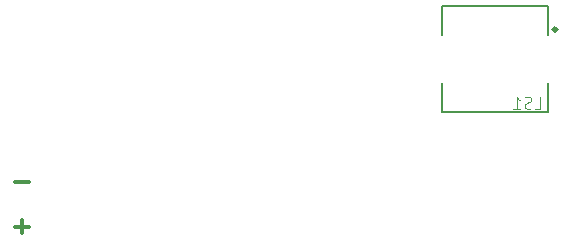
<source format=gbr>
G04 #@! TF.GenerationSoftware,KiCad,Pcbnew,5.0.1*
G04 #@! TF.CreationDate,2019-01-19T07:31:33-06:00*
G04 #@! TF.ProjectId,badge,62616467652E6B696361645F70636200,rev?*
G04 #@! TF.SameCoordinates,Original*
G04 #@! TF.FileFunction,Legend,Bot*
G04 #@! TF.FilePolarity,Positive*
%FSLAX46Y46*%
G04 Gerber Fmt 4.6, Leading zero omitted, Abs format (unit mm)*
G04 Created by KiCad (PCBNEW 5.0.1) date Sat 19 Jan 2019 07:31:33 AM CST*
%MOMM*%
%LPD*%
G01*
G04 APERTURE LIST*
%ADD10C,0.300000*%
%ADD11C,0.127000*%
%ADD12C,0.050000*%
G04 APERTURE END LIST*
D10*
X87091428Y-128504142D02*
X85948571Y-128504142D01*
X86520000Y-129075571D02*
X86520000Y-127932714D01*
X87091428Y-124704142D02*
X85948571Y-124704142D01*
D11*
G04 #@! TO.C,LS1*
X131045000Y-112305000D02*
X131045000Y-109805000D01*
X131045000Y-109805000D02*
X122045000Y-109805000D01*
X122045000Y-109805000D02*
X122045000Y-112305000D01*
X122045000Y-116305000D02*
X122045000Y-118805000D01*
X122045000Y-118805000D02*
X131045000Y-118805000D01*
X131045000Y-118805000D02*
X131045000Y-116305000D01*
D10*
X131795000Y-111805000D02*
G75*
G03X131795000Y-111805000I-150000J0D01*
G01*
D12*
X129914072Y-118508235D02*
X130391162Y-118508235D01*
X130391162Y-117506345D01*
X129627817Y-118460526D02*
X129484690Y-118508235D01*
X129246145Y-118508235D01*
X129150727Y-118460526D01*
X129103018Y-118412817D01*
X129055309Y-118317399D01*
X129055309Y-118221981D01*
X129103018Y-118126563D01*
X129150727Y-118078854D01*
X129246145Y-118031145D01*
X129436981Y-117983436D01*
X129532399Y-117935727D01*
X129580108Y-117888018D01*
X129627817Y-117792600D01*
X129627817Y-117697182D01*
X129580108Y-117601764D01*
X129532399Y-117554055D01*
X129436981Y-117506345D01*
X129198436Y-117506345D01*
X129055309Y-117554055D01*
X128101128Y-118508235D02*
X128673636Y-118508235D01*
X128387382Y-118508235D02*
X128387382Y-117506345D01*
X128482800Y-117649473D01*
X128578218Y-117744891D01*
X128673636Y-117792600D01*
G04 #@! TD*
M02*

</source>
